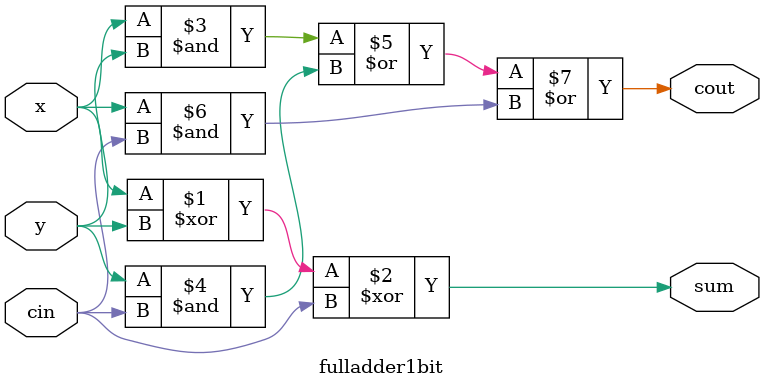
<source format=v>
module fulladder1bit(sum, cout, x, y, cin);
   input x, y, cin;
   output sum, cout;
   assign sum = x^y^cin;
   assign cout = (x&y)|(y&cin)|(x&cin);
endmodule

</source>
